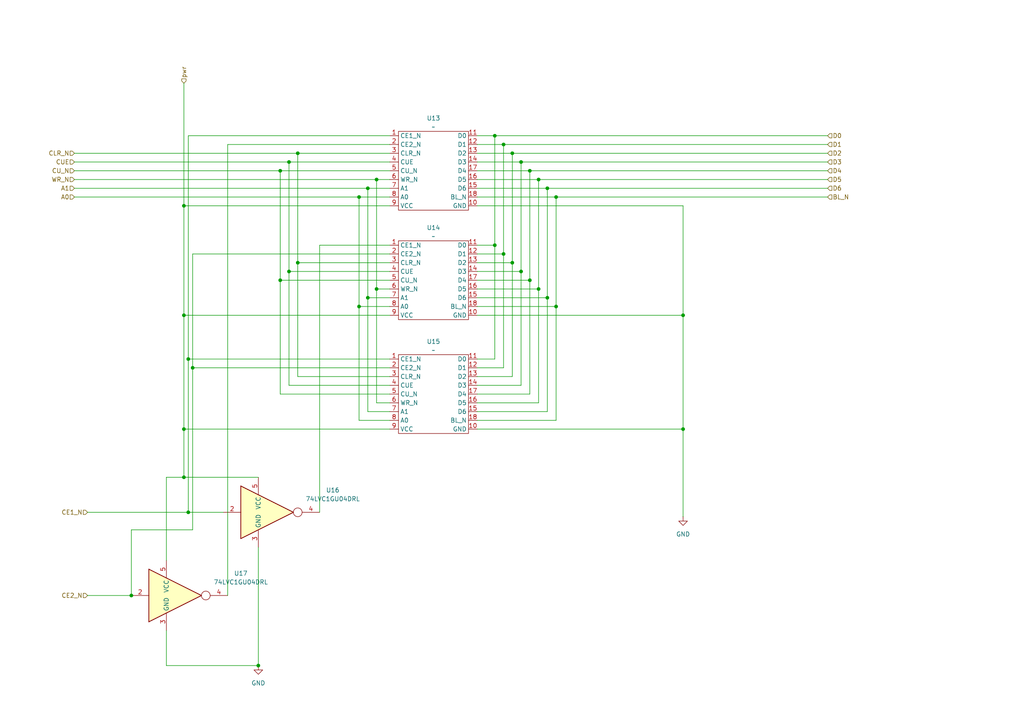
<source format=kicad_sch>
(kicad_sch (version 20250114) (generator "eeschema") (generator_version "9.0")
  (paper "A4")
  (lib_symbols
    (symbol "74xGxx:74LVC1GU04DRL"
      (property "Reference" "U" (at -5.08 10.16 0))
      (property "Value" "74LVC1GU04DRL" (at 17.78 10.16 0))
      (symbol "74LVC1GU04DRL_0_1"
        (rectangle (start -5.08 7.62) (end -5.08 -7.62) (stroke (width 0.254)) (fill (type background)))
        (polyline (pts (xy -5.08 -7.62) (xy 10.16 0) (xy -5.08 7.62)) (stroke (width 0.254)) (fill (type background)))
        (circle (center 11.43 0) (radius 1.27))
      )
      (symbol "74LVC1GU04DRL_1_1"
        (pin input line (at -10.16 0 0) (length 5.08) (name "~") (number "2"))
        (pin power_in line (at 0 10.16 270) (length 5.08) (name "VCC") (number "5"))
        (pin power_in line (at 0 -10.16 90) (length 5.08) (name "GND") (number "3"))
        (pin no_connect line (at 10.16 0 180) (length 5.08) (hide yes) (name "NC") (number "1"))
        (pin output line (at 17.78 0 180) (length 5.08) (name "~") (number "4"))
      )
    )
    (symbol "Custom:DL2416"
      (property "Reference" "U" (at 0 0 0))
      (symbol "DL2416_0_1"
        (rectangle (start -10.16 11.43) (end 10.16 -11.43))
      )
      (symbol "DL2416_1_1"
        (pin input line (at -12.7 10.16 0) (length 2.54) (name "CE1_N") (number "1"))
        (pin input line (at -12.7 7.62 0) (length 2.54) (name "CE2_N") (number "2"))
        (pin input line (at -12.7 5.08 0) (length 2.54) (name "CLR_N") (number "3"))
        (pin input line (at -12.7 2.54 0) (length 2.54) (name "CUE") (number "4"))
        (pin input line (at -12.7 0 0) (length 2.54) (name "CU_N") (number "5"))
        (pin input line (at -12.7 -2.54 0) (length 2.54) (name "WR_N") (number "6"))
        (pin input line (at -12.7 -5.08 0) (length 2.54) (name "A1") (number "7"))
        (pin input line (at -12.7 -7.62 0) (length 2.54) (name "A0") (number "8"))
        (pin input line (at -12.7 -10.16 0) (length 2.54) (name "VCC") (number "9"))
        (pin input line (at 12.7 10.16 180) (length 2.54) (name "D0") (number "11"))
        (pin input line (at 12.7 7.62 180) (length 2.54) (name "D1") (number "12"))
        (pin input line (at 12.7 5.08 180) (length 2.54) (name "D2") (number "13"))
        (pin input line (at 12.7 2.54 180) (length 2.54) (name "D3") (number "14"))
        (pin input line (at 12.7 0 180) (length 2.54) (name "D4") (number "17"))
        (pin input line (at 12.7 -2.54 180) (length 2.54) (name "D5") (number "16"))
        (pin input line (at 12.7 -5.08 180) (length 2.54) (name "D6") (number "15"))
        (pin input line (at 12.7 -7.62 180) (length 2.54) (name "BL_N") (number "18"))
        (pin input line (at 12.7 -10.16 180) (length 2.54) (name "GND") (number "10"))
      )
    )
    (symbol "power:GND" (power) (pin_numbers (hide yes)) (pin_names (offset 0) (hide yes))
      (property "Value" "GND" (at 0 -3.81 0))
      (symbol "GND_0_1"
        (polyline (pts (xy 0 0) (xy 0 -1.27) (xy 1.27 -1.27) (xy 0 -2.54) (xy -1.27 -1.27) (xy 0 -1.27)))
      )
      (symbol "GND_1_1"
        (pin power_in line (at 0 0 270) (length 0) (name "~") (number "1"))
      )
    )
  )
  (junction (at 83.82 78.74))
  (junction (at 53.34 138.43))
  (junction (at 106.68 86.36))
  (junction (at 198.12 124.46))
  (junction (at 104.14 57.15))
  (junction (at 158.75 54.61))
  (junction (at 54.61 104.14))
  (junction (at 53.34 91.44))
  (junction (at 104.14 88.9))
  (junction (at 55.88 106.68))
  (junction (at 156.21 83.82))
  (junction (at 198.12 91.44))
  (junction (at 53.34 59.69))
  (junction (at 148.59 44.45))
  (junction (at 81.28 81.28))
  (junction (at 156.21 52.07))
  (junction (at 143.51 39.37))
  (junction (at 54.61 148.59))
  (junction (at 153.67 81.28))
  (junction (at 146.05 73.66))
  (junction (at 38.1 172.72))
  (junction (at 143.51 71.12))
  (junction (at 109.22 52.07))
  (junction (at 86.36 76.2))
  (junction (at 74.93 193.04))
  (junction (at 106.68 54.61))
  (junction (at 158.75 86.36))
  (junction (at 153.67 49.53))
  (junction (at 148.59 76.2))
  (junction (at 83.82 46.99))
  (junction (at 151.13 78.74))
  (junction (at 161.29 88.9))
  (junction (at 161.29 57.15))
  (junction (at 146.05 41.91))
  (junction (at 81.28 49.53))
  (junction (at 53.34 124.46))
  (junction (at 151.13 46.99))
  (junction (at 109.22 83.82))
  (junction (at 86.36 44.45))
  (wire (pts (xy 138.43 91.44) (xy 198.12 91.44)))
  (wire (pts (xy 146.05 106.68) (xy 138.43 106.68)))
  (wire (pts (xy 53.34 24.13) (xy 53.34 59.69)))
  (wire (pts (xy 113.03 111.76) (xy 83.82 111.76)))
  (wire (pts (xy 138.43 46.99) (xy 151.13 46.99)))
  (wire (pts (xy 138.43 44.45) (xy 148.59 44.45)))
  (wire (pts (xy 83.82 111.76) (xy 83.82 78.74)))
  (wire (pts (xy 138.43 88.9) (xy 161.29 88.9)))
  (wire (pts (xy 54.61 104.14) (xy 113.03 104.14)))
  (wire (pts (xy 113.03 121.92) (xy 104.14 121.92)))
  (wire (pts (xy 38.1 153.67) (xy 55.88 153.67)))
  (wire (pts (xy 92.71 71.12) (xy 113.03 71.12)))
  (wire (pts (xy 143.51 71.12) (xy 143.51 104.14)))
  (wire (pts (xy 83.82 78.74) (xy 113.03 78.74)))
  (wire (pts (xy 138.43 86.36) (xy 158.75 86.36)))
  (wire (pts (xy 151.13 78.74) (xy 151.13 111.76)))
  (wire (pts (xy 104.14 121.92) (xy 104.14 88.9)))
  (wire (pts (xy 156.21 52.07) (xy 240.03 52.07)))
  (wire (pts (xy 53.34 91.44) (xy 113.03 91.44)))
  (wire (pts (xy 55.88 153.67) (xy 55.88 106.68)))
  (wire (pts (xy 198.12 124.46) (xy 198.12 149.86)))
  (wire (pts (xy 138.43 49.53) (xy 153.67 49.53)))
  (wire (pts (xy 66.04 41.91) (xy 113.03 41.91)))
  (wire (pts (xy 53.34 91.44) (xy 53.34 124.46)))
  (wire (pts (xy 54.61 148.59) (xy 64.77 148.59)))
  (wire (pts (xy 138.43 81.28) (xy 153.67 81.28)))
  (wire (pts (xy 151.13 111.76) (xy 138.43 111.76)))
  (wire (pts (xy 86.36 76.2) (xy 86.36 44.45)))
  (wire (pts (xy 55.88 73.66) (xy 113.03 73.66)))
  (wire (pts (xy 74.93 193.04) (xy 74.93 158.75)))
  (wire (pts (xy 156.21 83.82) (xy 156.21 116.84)))
  (wire (pts (xy 53.34 59.69) (xy 53.34 91.44)))
  (wire (pts (xy 53.34 138.43) (xy 74.93 138.43)))
  (wire (pts (xy 138.43 59.69) (xy 198.12 59.69)))
  (wire (pts (xy 21.59 54.61) (xy 106.68 54.61)))
  (wire (pts (xy 151.13 46.99) (xy 151.13 78.74)))
  (wire (pts (xy 106.68 54.61) (xy 106.68 86.36)))
  (wire (pts (xy 156.21 52.07) (xy 156.21 83.82)))
  (wire (pts (xy 161.29 121.92) (xy 138.43 121.92)))
  (wire (pts (xy 143.51 39.37) (xy 240.03 39.37)))
  (wire (pts (xy 21.59 49.53) (xy 81.28 49.53)))
  (wire (pts (xy 92.71 148.59) (xy 92.71 71.12)))
  (wire (pts (xy 113.03 124.46) (xy 53.34 124.46)))
  (wire (pts (xy 106.68 119.38) (xy 113.03 119.38)))
  (wire (pts (xy 48.26 138.43) (xy 53.34 138.43)))
  (wire (pts (xy 113.03 54.61) (xy 106.68 54.61)))
  (wire (pts (xy 148.59 109.22) (xy 138.43 109.22)))
  (wire (pts (xy 106.68 86.36) (xy 113.03 86.36)))
  (wire (pts (xy 158.75 54.61) (xy 138.43 54.61)))
  (wire (pts (xy 21.59 44.45) (xy 86.36 44.45)))
  (wire (pts (xy 198.12 91.44) (xy 198.12 124.46)))
  (wire (pts (xy 109.22 83.82) (xy 109.22 116.84)))
  (wire (pts (xy 54.61 104.14) (xy 54.61 39.37)))
  (wire (pts (xy 143.51 71.12) (xy 138.43 71.12)))
  (wire (pts (xy 138.43 41.91) (xy 146.05 41.91)))
  (wire (pts (xy 146.05 41.91) (xy 240.03 41.91)))
  (wire (pts (xy 143.51 39.37) (xy 143.51 71.12)))
  (wire (pts (xy 156.21 116.84) (xy 138.43 116.84)))
  (wire (pts (xy 138.43 73.66) (xy 146.05 73.66)))
  (wire (pts (xy 104.14 88.9) (xy 104.14 57.15)))
  (wire (pts (xy 138.43 52.07) (xy 156.21 52.07)))
  (wire (pts (xy 146.05 73.66) (xy 146.05 106.68)))
  (wire (pts (xy 86.36 44.45) (xy 113.03 44.45)))
  (wire (pts (xy 86.36 76.2) (xy 86.36 109.22)))
  (wire (pts (xy 153.67 81.28) (xy 153.67 114.3)))
  (wire (pts (xy 104.14 88.9) (xy 113.03 88.9)))
  (wire (pts (xy 54.61 39.37) (xy 113.03 39.37)))
  (wire (pts (xy 138.43 83.82) (xy 156.21 83.82)))
  (wire (pts (xy 106.68 86.36) (xy 106.68 119.38)))
  (wire (pts (xy 153.67 49.53) (xy 153.67 81.28)))
  (wire (pts (xy 53.34 59.69) (xy 113.03 59.69)))
  (wire (pts (xy 161.29 57.15) (xy 161.29 88.9)))
  (wire (pts (xy 21.59 52.07) (xy 109.22 52.07)))
  (wire (pts (xy 109.22 52.07) (xy 109.22 83.82)))
  (wire (pts (xy 83.82 46.99) (xy 113.03 46.99)))
  (wire (pts (xy 81.28 81.28) (xy 113.03 81.28)))
  (wire (pts (xy 81.28 81.28) (xy 81.28 114.3)))
  (wire (pts (xy 158.75 119.38) (xy 158.75 86.36)))
  (wire (pts (xy 148.59 44.45) (xy 148.59 76.2)))
  (wire (pts (xy 138.43 39.37) (xy 143.51 39.37)))
  (wire (pts (xy 158.75 86.36) (xy 158.75 54.61)))
  (wire (pts (xy 54.61 104.14) (xy 54.61 148.59)))
  (wire (pts (xy 113.03 52.07) (xy 109.22 52.07)))
  (wire (pts (xy 48.26 182.88) (xy 48.26 193.04)))
  (wire (pts (xy 109.22 116.84) (xy 113.03 116.84)))
  (wire (pts (xy 138.43 57.15) (xy 161.29 57.15)))
  (wire (pts (xy 48.26 162.56) (xy 48.26 138.43)))
  (wire (pts (xy 81.28 49.53) (xy 81.28 81.28)))
  (wire (pts (xy 158.75 54.61) (xy 240.03 54.61)))
  (wire (pts (xy 148.59 44.45) (xy 240.03 44.45)))
  (wire (pts (xy 198.12 59.69) (xy 198.12 91.44)))
  (wire (pts (xy 113.03 76.2) (xy 86.36 76.2)))
  (wire (pts (xy 48.26 193.04) (xy 74.93 193.04)))
  (wire (pts (xy 161.29 57.15) (xy 240.03 57.15)))
  (wire (pts (xy 81.28 114.3) (xy 113.03 114.3)))
  (wire (pts (xy 113.03 49.53) (xy 81.28 49.53)))
  (wire (pts (xy 138.43 124.46) (xy 198.12 124.46)))
  (wire (pts (xy 138.43 78.74) (xy 151.13 78.74)))
  (wire (pts (xy 138.43 76.2) (xy 148.59 76.2)))
  (wire (pts (xy 86.36 109.22) (xy 113.03 109.22)))
  (wire (pts (xy 25.4 148.59) (xy 54.61 148.59)))
  (wire (pts (xy 55.88 106.68) (xy 113.03 106.68)))
  (wire (pts (xy 153.67 49.53) (xy 240.03 49.53)))
  (wire (pts (xy 153.67 114.3) (xy 138.43 114.3)))
  (wire (pts (xy 109.22 83.82) (xy 113.03 83.82)))
  (wire (pts (xy 146.05 41.91) (xy 146.05 73.66)))
  (wire (pts (xy 25.4 172.72) (xy 38.1 172.72)))
  (wire (pts (xy 38.1 172.72) (xy 38.1 153.67)))
  (wire (pts (xy 161.29 88.9) (xy 161.29 121.92)))
  (wire (pts (xy 143.51 104.14) (xy 138.43 104.14)))
  (wire (pts (xy 151.13 46.99) (xy 240.03 46.99)))
  (wire (pts (xy 104.14 57.15) (xy 113.03 57.15)))
  (wire (pts (xy 21.59 46.99) (xy 83.82 46.99)))
  (wire (pts (xy 83.82 78.74) (xy 83.82 46.99)))
  (wire (pts (xy 55.88 106.68) (xy 55.88 73.66)))
  (wire (pts (xy 148.59 76.2) (xy 148.59 109.22)))
  (wire (pts (xy 66.04 172.72) (xy 66.04 41.91)))
  (wire (pts (xy 53.34 124.46) (xy 53.34 138.43)))
  (wire (pts (xy 138.43 119.38) (xy 158.75 119.38)))
  (wire (pts (xy 21.59 57.15) (xy 104.14 57.15)))
  (hierarchical_label "CU_N" (shape input) (at 21.59 49.53 180))
  (hierarchical_label "CE1_N" (shape input) (at 25.4 148.59 180))
  (hierarchical_label "WR_N" (shape input) (at 21.59 52.07 180))
  (hierarchical_label "A1" (shape input) (at 21.59 54.61 180))
  (hierarchical_label "A0" (shape input) (at 21.59 57.15 180))
  (hierarchical_label "D1" (shape input) (at 240.03 41.91 0))
  (hierarchical_label "D3" (shape input) (at 240.03 46.99 0))
  (hierarchical_label "D0" (shape input) (at 240.03 39.37 0))
  (hierarchical_label "pwr" (shape input) (at 53.34 24.13 90))
  (hierarchical_label "D4" (shape input) (at 240.03 49.53 0))
  (hierarchical_label "D5" (shape input) (at 240.03 52.07 0))
  (hierarchical_label "CUE" (shape input) (at 21.59 46.99 180))
  (hierarchical_label "D6" (shape input) (at 240.03 54.61 0))
  (hierarchical_label "CE2_N" (shape input) (at 25.4 172.72 180))
  (hierarchical_label "D2" (shape input) (at 240.03 44.45 0))
  (hierarchical_label "BL_N" (shape input) (at 240.03 57.15 0))
  (hierarchical_label "CLR_N" (shape input) (at 21.59 44.45 180))
  (symbol (lib_id "Custom:DL2416") (at 125.73 81.28 0) (unit 1)
    (property "Reference" "U14" (at 125.73 66.04 0))
    (property "Value" "~" (at 125.73 68.58 0))
  )
  (symbol (lib_id "power:GND") (at 74.93 193.04 0) (unit 1)
    (property "Reference" "#PWR024" (effects (hide yes)))
    (property "Value" "GND" (at 74.93 198.12 0))
    (property "Description" "Power symbol creates a global label with name \"GND\" , ground" (effects (hide yes)))
  )
  (symbol (lib_id "74xGxx:74LVC1GU04DRL") (at 48.26 172.72 0) (unit 1)
    (property "Reference" "U17" (at 69.85 166.2998 0))
    (property "Value" "74LVC1GU04DRL" (at 69.85 168.8398 0))
    (property "Footprint" "Package_TO_SOT_SMD:SOT-553" (effects (hide yes)))
    (property "Datasheet" "http://www.ti.com/lit/ds/symlink/sn74lvc1gu04.pdf" (effects (hide yes)))
    (property "Description" "Single Inverter Gate, SOT-553" (effects (hide yes)))
  )
  (symbol (lib_id "74xGxx:74LVC1GU04DRL") (at 74.93 148.59 0) (unit 1)
    (property "Reference" "U16" (at 96.52 142.1698 0))
    (property "Value" "74LVC1GU04DRL" (at 96.52 144.7098 0))
    (property "Footprint" "Package_TO_SOT_SMD:SOT-553" (effects (hide yes)))
    (property "Datasheet" "http://www.ti.com/lit/ds/symlink/sn74lvc1gu04.pdf" (effects (hide yes)))
    (property "Description" "Single Inverter Gate, SOT-553" (effects (hide yes)))
  )
  (symbol (lib_id "power:GND") (at 198.12 149.86 0) (unit 1)
    (property "Reference" "#PWR023" (effects (hide yes)))
    (property "Value" "GND" (at 198.12 154.94 0))
    (property "Description" "Power symbol creates a global label with name \"GND\" , ground" (effects (hide yes)))
  )
  (symbol (lib_id "Custom:DL2416") (at 125.73 49.53 0) (unit 1)
    (property "Reference" "U13" (at 125.73 34.29 0))
    (property "Value" "~" (at 125.73 36.83 0))
  )
  (symbol (lib_id "Custom:DL2416") (at 125.73 114.3 0) (unit 1)
    (property "Reference" "U15" (at 125.73 99.06 0))
    (property "Value" "~" (at 125.73 101.6 0))
  )
)
</source>
